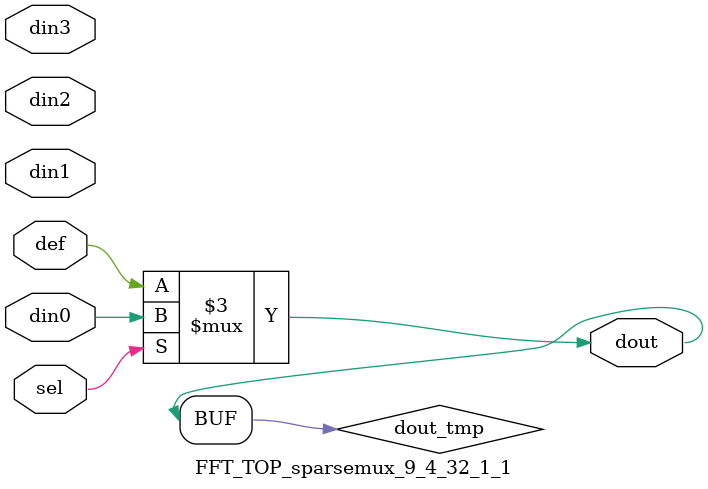
<source format=v>
`timescale 1ns / 1ps

module FFT_TOP_sparsemux_9_4_32_1_1 (din0,din1,din2,din3,def,sel,dout);

parameter din0_WIDTH = 1;

parameter din1_WIDTH = 1;

parameter din2_WIDTH = 1;

parameter din3_WIDTH = 1;

parameter def_WIDTH = 1;
parameter sel_WIDTH = 1;
parameter dout_WIDTH = 1;

parameter [sel_WIDTH-1:0] CASE0 = 1;

parameter [sel_WIDTH-1:0] CASE1 = 1;

parameter [sel_WIDTH-1:0] CASE2 = 1;

parameter [sel_WIDTH-1:0] CASE3 = 1;

parameter ID = 1;
parameter NUM_STAGE = 1;



input [din0_WIDTH-1:0] din0;

input [din1_WIDTH-1:0] din1;

input [din2_WIDTH-1:0] din2;

input [din3_WIDTH-1:0] din3;

input [def_WIDTH-1:0] def;
input [sel_WIDTH-1:0] sel;

output [dout_WIDTH-1:0] dout;



reg [dout_WIDTH-1:0] dout_tmp;


always @ (*) begin
(* parallel_case *) case (sel)
    
    CASE0 : dout_tmp = din0;
    
    CASE1 : dout_tmp = din1;
    
    CASE2 : dout_tmp = din2;
    
    CASE3 : dout_tmp = din3;
    
    default : dout_tmp = def;
endcase
end


assign dout = dout_tmp;



endmodule

</source>
